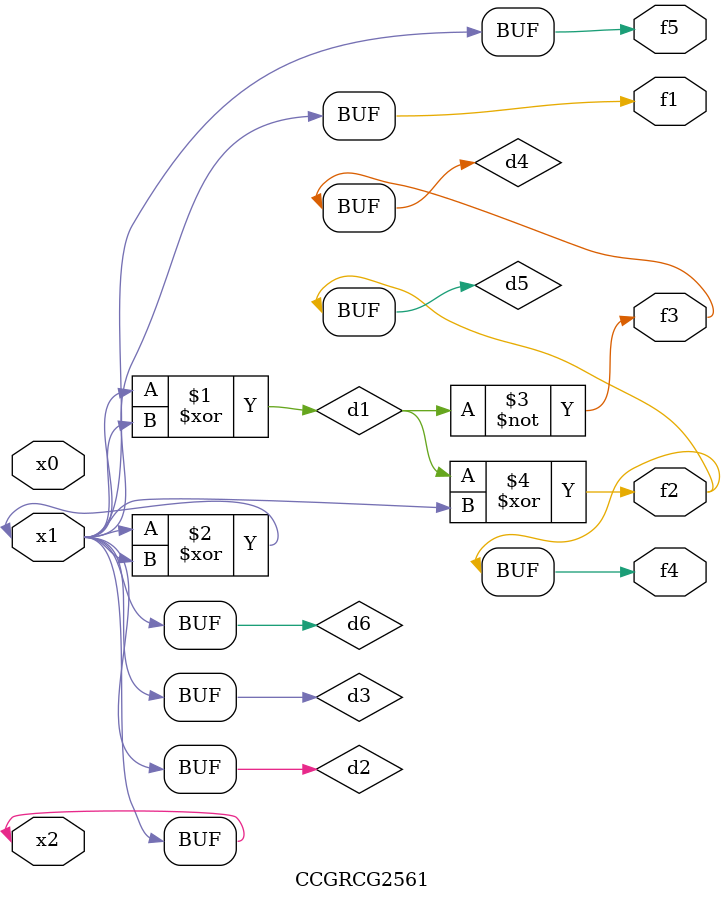
<source format=v>
module CCGRCG2561(
	input x0, x1, x2,
	output f1, f2, f3, f4, f5
);

	wire d1, d2, d3, d4, d5, d6;

	xor (d1, x1, x2);
	buf (d2, x1, x2);
	xor (d3, x1, x2);
	nor (d4, d1);
	xor (d5, d1, d2);
	buf (d6, d2, d3);
	assign f1 = d6;
	assign f2 = d5;
	assign f3 = d4;
	assign f4 = d5;
	assign f5 = d6;
endmodule

</source>
